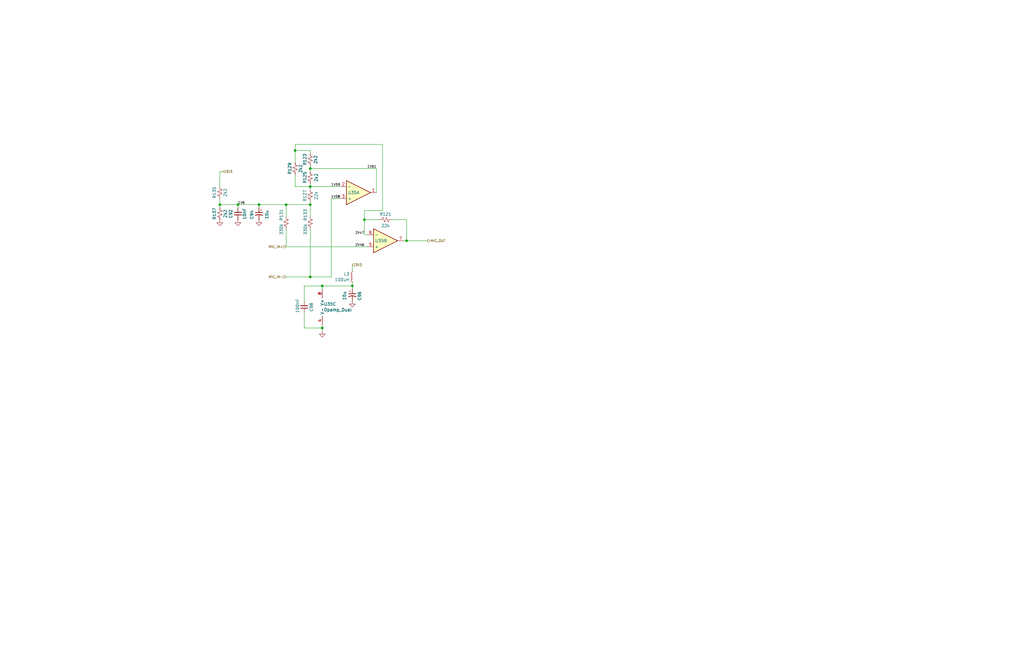
<source format=kicad_sch>
(kicad_sch (version 20250114) (generator "eeschema") (generator_version "9.0")
  (paper "B")
  (lib_symbols
    (symbol "Device:C_Polarized_Small_US" (pin_numbers (hide yes)) (pin_names (offset 0.254) (hide yes))
      (property "Reference" "C" (at 0.254 1.778 0))
      (property "Value" "C_Polarized_Small_US" (at 0.254 -2.032 0))
      (symbol "C_Polarized_Small_US_0_1"
        (polyline (pts (xy -1.524 0.508) (xy 1.524 0.508)) (stroke (width 0.3048)))
        (polyline (pts (xy -1.27 1.524) (xy -0.762 1.524)))
        (polyline (pts (xy -1.016 1.27) (xy -1.016 1.778)))
        (arc (start -1.524 -0.762) (mid 0 -0.3734) (end 1.524 -0.762) (stroke (width 0.3048)))
      )
      (symbol "C_Polarized_Small_US_1_1"
        (pin passive line (at 0 2.54 270) (length 2.032) (name "~") (number "1"))
        (pin passive line (at 0 -2.54 90) (length 2.032) (name "~") (number "2"))
      )
    )
    (symbol "Device:C_Small" (pin_numbers (hide yes)) (pin_names (offset 0.254) (hide yes))
      (property "Reference" "C" (at 0.254 1.778 0))
      (property "Value" "C_Small" (at 0.254 -2.032 0))
      (symbol "C_Small_0_1"
        (polyline (pts (xy -1.524 0.508) (xy 1.524 0.508)) (stroke (width 0.3048)))
        (polyline (pts (xy -1.524 -0.508) (xy 1.524 -0.508)) (stroke (width 0.3302)))
      )
      (symbol "C_Small_1_1"
        (pin passive line (at 0 2.54 270) (length 2.032) (name "~") (number "1"))
        (pin passive line (at 0 -2.54 90) (length 2.032) (name "~") (number "2"))
      )
    )
    (symbol "Device:L_Small" (pin_numbers (hide yes)) (pin_names (offset 0.254) (hide yes))
      (property "Reference" "L" (at 0.762 1.016 0))
      (property "Value" "L_Small" (at 0.762 -1.016 0))
      (symbol "L_Small_0_1"
        (arc (start 0 2.032) (mid 0.5058 1.524) (end 0 1.016))
        (arc (start 0 1.016) (mid 0.5058 0.508) (end 0 0))
        (arc (start 0 0) (mid 0.5058 -0.508) (end 0 -1.016))
        (arc (start 0 -1.016) (mid 0.5058 -1.524) (end 0 -2.032))
      )
      (symbol "L_Small_1_1"
        (pin passive line (at 0 2.54 270) (length 0.508) (name "~") (number "1"))
        (pin passive line (at 0 -2.54 90) (length 0.508) (name "~") (number "2"))
      )
    )
    (symbol "Device:Opamp_Dual"
      (property "Reference" "U" (at 0 5.08 0))
      (property "Value" "Opamp_Dual" (at 0 -5.08 0))
      (symbol "Opamp_Dual_1_1"
        (polyline (pts (xy -5.08 5.08) (xy 5.08 0) (xy -5.08 -5.08) (xy -5.08 5.08)) (stroke (width 0.254)) (fill (type background)))
        (pin input line (at -7.62 2.54 0) (length 2.54) (name "+") (number "3"))
        (pin input line (at -7.62 -2.54 0) (length 2.54) (name "-") (number "2"))
        (pin output line (at 7.62 0 180) (length 2.54) (name "~") (number "1"))
      )
      (symbol "Opamp_Dual_2_1"
        (polyline (pts (xy -5.08 5.08) (xy 5.08 0) (xy -5.08 -5.08) (xy -5.08 5.08)) (stroke (width 0.254)) (fill (type background)))
        (pin input line (at -7.62 2.54 0) (length 2.54) (name "+") (number "5"))
        (pin input line (at -7.62 -2.54 0) (length 2.54) (name "-") (number "6"))
        (pin output line (at 7.62 0 180) (length 2.54) (name "~") (number "7"))
      )
      (symbol "Opamp_Dual_3_1"
        (pin power_in line (at -2.54 7.62 270) (length 3.81) (name "V+") (number "8"))
        (pin power_in line (at -2.54 -7.62 90) (length 3.81) (name "V-") (number "4"))
      )
    )
    (symbol "Device:R_Small_US" (pin_numbers (hide yes)) (pin_names (offset 0.254) (hide yes))
      (property "Reference" "R" (at 0.762 0.508 0))
      (property "Value" "R_Small_US" (at 0.762 -1.016 0))
      (symbol "R_Small_US_1_1"
        (polyline (pts (xy 0 1.524) (xy 1.016 1.143) (xy 0 0.762) (xy -1.016 0.381) (xy 0 0)))
        (polyline (pts (xy 0 0) (xy 1.016 -0.381) (xy 0 -0.762) (xy -1.016 -1.143) (xy 0 -1.524)))
        (pin passive line (at 0 2.54 270) (length 1.016) (name "~") (number "1"))
        (pin passive line (at 0 -2.54 90) (length 1.016) (name "~") (number "2"))
      )
    )
    (symbol "power:GND" (power) (pin_numbers (hide yes)) (pin_names (offset 0) (hide yes))
      (property "Value" "GND" (at 0 -3.81 0))
      (symbol "GND_0_1"
        (polyline (pts (xy 0 0) (xy 0 -1.27) (xy 1.27 -1.27) (xy 0 -2.54) (xy -1.27 -1.27) (xy 0 -1.27)))
      )
      (symbol "GND_1_1"
        (pin power_in line (at 0 0 270) (length 0) (name "~") (number "1"))
      )
    )
  )
  (junction (at 100.33 86.36))
  (junction (at 130.81 86.36))
  (junction (at 130.81 78.74))
  (junction (at 130.81 116.84))
  (junction (at 124.46 63.5))
  (junction (at 120.65 86.36))
  (junction (at 171.45 101.6))
  (junction (at 135.89 138.43))
  (junction (at 130.81 71.12))
  (junction (at 148.59 120.65))
  (junction (at 135.89 120.65))
  (junction (at 153.67 92.71))
  (junction (at 109.22 86.36))
  (junction (at 92.71 86.36))
  (wire (pts (xy 160.02 92.71) (xy 153.67 92.71)))
  (wire (pts (xy 148.59 111.76) (xy 148.59 114.3)))
  (wire (pts (xy 130.81 63.5) (xy 124.46 63.5)))
  (wire (pts (xy 153.67 92.71) (xy 153.67 99.06)))
  (wire (pts (xy 128.27 120.65) (xy 135.89 120.65)))
  (wire (pts (xy 130.81 78.74) (xy 130.81 77.47)))
  (wire (pts (xy 135.89 121.92) (xy 135.89 120.65)))
  (wire (pts (xy 135.89 139.7) (xy 135.89 138.43)))
  (wire (pts (xy 124.46 60.96) (xy 124.46 63.5)))
  (wire (pts (xy 128.27 132.08) (xy 128.27 138.43)))
  (wire (pts (xy 130.81 86.36) (xy 130.81 91.44)))
  (wire (pts (xy 124.46 78.74) (xy 124.46 73.66)))
  (wire (pts (xy 100.33 86.36) (xy 100.33 87.63)))
  (wire (pts (xy 109.22 87.63) (xy 109.22 86.36)))
  (wire (pts (xy 153.67 99.06) (xy 154.94 99.06)))
  (wire (pts (xy 165.1 92.71) (xy 171.45 92.71)))
  (wire (pts (xy 120.65 104.14) (xy 154.94 104.14)))
  (wire (pts (xy 120.65 86.36) (xy 130.81 86.36)))
  (wire (pts (xy 130.81 63.5) (xy 130.81 64.77)))
  (wire (pts (xy 130.81 116.84) (xy 139.7 116.84)))
  (wire (pts (xy 92.71 83.82) (xy 92.71 86.36)))
  (wire (pts (xy 130.81 69.85) (xy 130.81 71.12)))
  (wire (pts (xy 148.59 119.38) (xy 148.59 120.65)))
  (wire (pts (xy 128.27 127) (xy 128.27 120.65)))
  (wire (pts (xy 135.89 120.65) (xy 148.59 120.65)))
  (wire (pts (xy 130.81 78.74) (xy 130.81 80.01)))
  (wire (pts (xy 92.71 86.36) (xy 100.33 86.36)))
  (wire (pts (xy 153.67 88.9) (xy 161.29 88.9)))
  (wire (pts (xy 92.71 72.39) (xy 93.98 72.39)))
  (wire (pts (xy 130.81 71.12) (xy 130.81 72.39)))
  (wire (pts (xy 120.65 116.84) (xy 130.81 116.84)))
  (wire (pts (xy 148.59 120.65) (xy 148.59 121.92)))
  (wire (pts (xy 109.22 86.36) (xy 120.65 86.36)))
  (wire (pts (xy 92.71 72.39) (xy 92.71 78.74)))
  (wire (pts (xy 171.45 101.6) (xy 170.18 101.6)))
  (wire (pts (xy 135.89 138.43) (xy 135.89 137.16)))
  (wire (pts (xy 124.46 63.5) (xy 124.46 68.58)))
  (wire (pts (xy 120.65 96.52) (xy 120.65 104.14)))
  (wire (pts (xy 158.75 71.12) (xy 158.75 81.28)))
  (wire (pts (xy 171.45 92.71) (xy 171.45 101.6)))
  (wire (pts (xy 130.81 96.52) (xy 130.81 116.84)))
  (wire (pts (xy 143.51 83.82) (xy 139.7 83.82)))
  (wire (pts (xy 130.81 78.74) (xy 124.46 78.74)))
  (wire (pts (xy 139.7 83.82) (xy 139.7 116.84)))
  (wire (pts (xy 120.65 91.44) (xy 120.65 86.36)))
  (wire (pts (xy 130.81 71.12) (xy 158.75 71.12)))
  (wire (pts (xy 109.22 86.36) (xy 100.33 86.36)))
  (wire (pts (xy 161.29 88.9) (xy 161.29 60.96)))
  (wire (pts (xy 92.71 86.36) (xy 92.71 87.63)))
  (wire (pts (xy 153.67 92.71) (xy 153.67 88.9)))
  (wire (pts (xy 171.45 101.6) (xy 180.34 101.6)))
  (wire (pts (xy 128.27 138.43) (xy 135.89 138.43)))
  (wire (pts (xy 130.81 85.09) (xy 130.81 86.36)))
  (wire (pts (xy 161.29 60.96) (xy 124.46 60.96)))
  (wire (pts (xy 130.81 78.74) (xy 143.51 78.74)))
  (label "1V6" (at 100.33 86.36 0) (effects (font (size 1 1))))
  (label "1V59" (at 143.51 78.74 180) (effects (font (size 1 1))))
  (label "2V47" (at 153.67 99.06 180) (effects (font (size 1 1))))
  (label "1V61" (at 158.75 71.12 180) (effects (font (size 1 1))))
  (label "2V46" (at 153.67 104.14 180) (effects (font (size 1 1))))
  (label "1V58" (at 143.51 83.82 180) (effects (font (size 1 1))))
  (hierarchical_label "MIC_IN-" (shape input) (at 120.65 116.84 180) (effects (font (size 1 1))))
  (hierarchical_label "3V3" (shape input) (at 148.59 111.76 0) (effects (font (size 1 1))))
  (hierarchical_label "MIC_IN+" (shape input) (at 120.65 104.14 180) (effects (font (size 1 1))))
  (hierarchical_label "MIC_OUT" (shape output) (at 180.34 101.6 0) (effects (font (size 1 1))))
  (hierarchical_label "3V3" (shape input) (at 93.98 72.39 0) (effects (font (size 1 1))))
  (symbol (lib_id "power:GND") (at 135.89 139.7 0) (mirror y) (unit 1)
    (property "Reference" "#PWR0236" (effects (hide yes)))
    (property "Value" "GND" (effects (hide yes)))
    (property "Description" "Power symbol creates a global label with name \"GND\" , ground" (effects (hide yes)))
    (instances (project "PilotAudioPanel" (path "" (reference "#PWR0236") (unit 1)) (path "" (reference "#PWR?") (unit 1)) (path "" (reference "#PWR0332") (unit 1))))
  )
  (symbol (lib_id "Device:L_Small") (at 148.59 116.84 0) (mirror y) (unit 1)
    (property "Reference" "L3" (at 147.4492 115.6278 0) (effects (justify left)))
    (property "Value" "100uH" (at 147.4492 118.0521 0) (effects (justify left)))
    (property "Description" "Inductor, small symbol" (effects (hide yes)))
    (instances (project "PilotAudioPanel" (path "" (reference "L3") (unit 1)) (path "" (reference "L?") (unit 1)) (path "" (reference "L8") (unit 1))))
  )
  (symbol (lib_id "Device:R_Small_US") (at 120.65 93.98 0) (unit 1)
    (property "Reference" "R131" (at 118.618 90.678 90))
    (property "Value" "330k" (at 118.618 96.774 90))
    (property "Description" "Resistor, small US symbol" (effects (hide yes)))
    (instances (project "PilotAudioPanel" (path "" (reference "R131") (unit 1)) (path "" (reference "R?") (unit 1)) (path "" (reference "R204") (unit 1))))
  )
  (symbol (lib_id "Device:R_Small_US") (at 162.56 92.71 270) (unit 1)
    (property "Reference" "R121" (at 162.56 90.424 90))
    (property "Value" "22k" (at 162.56 95.25 90))
    (property "Description" "Resistor, small US symbol" (effects (hide yes)))
    (instances (project "PilotAudioPanel" (path "" (reference "R121") (unit 1)) (path "" (reference "R?") (unit 1)) (path "" (reference "R210") (unit 1))))
  )
  (symbol (lib_id "Device:C_Polarized_Small_US") (at 148.59 124.46 0) (unit 1)
    (property "Reference" "C96" (at 151.638 122.936 90) (effects (justify right)))
    (property "Value" "10u" (at 145.288 122.936 90) (effects (justify right)))
    (property "Description" "Polarized capacitor, small US symbol" (effects (hide yes)))
    (instances (project "PilotAudioPanel" (path "" (reference "C96") (unit 1)) (path "" (reference "C?") (unit 1)) (path "" (reference "C177") (unit 1))))
  )
  (symbol (lib_id "Device:C_Small") (at 100.33 90.17 180) (unit 1)
    (property "Reference" "C92" (at 97.282 92.202 90) (effects (justify right)))
    (property "Value" "10nF" (at 103.124 92.71 90) (effects (justify right)))
    (property "Description" "Unpolarized capacitor, small symbol" (effects (hide yes)))
    (instances (project "PilotAudioPanel" (path "" (reference "C92") (unit 1)) (path "" (reference "C?") (unit 1)) (path "" (reference "C174") (unit 1))))
  )
  (symbol (lib_id "power:GND") (at 109.22 92.71 0) (unit 1)
    (property "Reference" "#PWR0230" (effects (hide yes)))
    (property "Value" "GND" (effects (hide yes)))
    (property "Description" "Power symbol creates a global label with name \"GND\" , ground" (effects (hide yes)))
    (instances (project "PilotAudioPanel" (path "" (reference "#PWR0230") (unit 1)) (path "" (reference "#PWR?") (unit 1)) (path "" (reference "#PWR0331") (unit 1))))
  )
  (symbol (lib_id "power:GND") (at 148.59 127 0) (mirror y) (unit 1)
    (property "Reference" "#PWR0234" (effects (hide yes)))
    (property "Value" "GND" (effects (hide yes)))
    (property "Description" "Power symbol creates a global label with name \"GND\" , ground" (effects (hide yes)))
    (instances (project "PilotAudioPanel" (path "" (reference "#PWR0234") (unit 1)) (path "" (reference "#PWR?") (unit 1)) (path "" (reference "#PWR0333") (unit 1))))
  )
  (symbol (lib_id "Device:R_Small_US") (at 124.46 71.12 0) (unit 1)
    (property "Reference" "R129" (at 122.174 71.12 90))
    (property "Value" "2k2" (at 126.746 71.12 90))
    (property "Description" "Resistor, small US symbol" (effects (hide yes)))
    (instances (project "PilotAudioPanel" (path "" (reference "R129") (unit 1)) (path "" (reference "R?") (unit 1)) (path "" (reference "R205") (unit 1))))
  )
  (symbol (lib_id "Device:C_Polarized_Small_US") (at 109.22 90.17 0) (mirror y) (unit 1)
    (property "Reference" "C94" (at 106.172 88.646 90) (effects (justify right)))
    (property "Value" "10u" (at 112.522 88.646 90) (effects (justify right)))
    (property "Description" "Polarized capacitor, small US symbol" (effects (hide yes)))
    (instances (project "PilotAudioPanel" (path "" (reference "C94") (unit 1)) (path "" (reference "C?") (unit 1)) (path "" (reference "C175") (unit 1))))
  )
  (symbol (lib_id "Device:C_Small") (at 128.27 129.54 0) (mirror x) (unit 1)
    (property "Reference" "C98" (at 131.318 131.572 90) (effects (justify right)))
    (property "Value" "100nF" (at 125.476 132.08 90) (effects (justify right)))
    (property "Description" "Unpolarized capacitor, small symbol" (effects (hide yes)))
    (instances (project "PilotAudioPanel" (path "" (reference "C98") (unit 1)) (path "" (reference "C?") (unit 1)) (path "" (reference "C176") (unit 1))))
  )
  (symbol (lib_id "Device:R_Small_US") (at 130.81 67.31 0) (unit 1)
    (property "Reference" "R123" (at 128.524 67.31 90))
    (property "Value" "2k2" (at 133.096 67.31 90))
    (property "Description" "Resistor, small US symbol" (effects (hide yes)))
    (instances (project "PilotAudioPanel" (path "" (reference "R123") (unit 1)) (path "" (reference "R?") (unit 1)) (path "" (reference "R206") (unit 1))))
  )
  (symbol (lib_id "Device:Opamp_Dual") (at 162.56 101.6 0) (mirror x) (unit 2)
    (property "Reference" "U35" (at 157.988 101.6 0) (effects (justify left)))
    (property "Value" "Opamp_Dual" (effects (hide yes)))
    (property "Description" "Dual operational amplifier" (effects (hide yes)))
    (property "Sim.Library" "${KICAD7_SYMBOL_DIR}/Simulation_SPICE.sp" (effects (hide yes)))
    (property "Sim.Name" "kicad_builtin_opamp_dual" (effects (hide yes)))
    (property "Sim.Device" "SUBCKT" (effects (hide yes)))
    (property "Sim.Pins" "1=out1 2=in1- 3=in1+ 4=vee 5=in2+ 6=in2- 7=out2 8=vcc" (effects (hide yes)))
    (instances (project "PilotAudioPanel" (path "" (reference "U35") (unit 2)) (path "" (reference "U?") (unit 1)) (path "" (reference "U46") (unit 2))))
  )
  (symbol (lib_id "power:GND") (at 100.33 92.71 0) (unit 1)
    (property "Reference" "#PWR0228" (effects (hide yes)))
    (property "Value" "GND" (effects (hide yes)))
    (property "Description" "Power symbol creates a global label with name \"GND\" , ground" (effects (hide yes)))
    (instances (project "PilotAudioPanel" (path "" (reference "#PWR0228") (unit 1)) (path "" (reference "#PWR?") (unit 1)) (path "" (reference "#PWR0330") (unit 1))))
  )
  (symbol (lib_id "Device:Opamp_Dual") (at 151.13 81.28 0) (mirror x) (unit 1)
    (property "Reference" "U35" (at 146.558 81.28 0) (effects (justify left)))
    (property "Value" "Opamp_Dual" (effects (hide yes)))
    (property "Description" "Dual operational amplifier" (effects (hide yes)))
    (property "Sim.Library" "${KICAD7_SYMBOL_DIR}/Simulation_SPICE.sp" (effects (hide yes)))
    (property "Sim.Name" "kicad_builtin_opamp_dual" (effects (hide yes)))
    (property "Sim.Device" "SUBCKT" (effects (hide yes)))
    (property "Sim.Pins" "1=out1 2=in1- 3=in1+ 4=vee 5=in2+ 6=in2- 7=out2 8=vcc" (effects (hide yes)))
    (instances (project "PilotAudioPanel" (path "" (reference "U35") (unit 1)) (path "" (reference "U?") (unit 1)) (path "" (reference "U46") (unit 1))))
  )
  (symbol (lib_id "Device:R_Small_US") (at 130.81 74.93 0) (unit 1)
    (property "Reference" "R125" (at 128.524 74.93 90))
    (property "Value" "2k2" (at 133.35 74.93 90))
    (property "Description" "Resistor, small US symbol" (effects (hide yes)))
    (instances (project "PilotAudioPanel" (path "" (reference "R125") (unit 1)) (path "" (reference "R?") (unit 1)) (path "" (reference "R207") (unit 1))))
  )
  (symbol (lib_id "Device:R_Small_US") (at 92.71 90.17 0) (unit 1)
    (property "Reference" "R137" (at 90.424 90.17 90))
    (property "Value" "2k2" (at 94.996 90.17 90))
    (property "Description" "Resistor, small US symbol" (effects (hide yes)))
    (instances (project "PilotAudioPanel" (path "" (reference "R137") (unit 1)) (path "" (reference "R?") (unit 1)) (path "" (reference "R203") (unit 1))))
  )
  (symbol (lib_id "Device:R_Small_US") (at 130.81 82.55 0) (unit 1)
    (property "Reference" "R127" (at 128.524 82.55 90))
    (property "Value" "22k" (at 133.35 82.55 90))
    (property "Description" "Resistor, small US symbol" (effects (hide yes)))
    (instances (project "PilotAudioPanel" (path "" (reference "R127") (unit 1)) (path "" (reference "R?") (unit 1)) (path "" (reference "R208") (unit 1))))
  )
  (symbol (lib_id "Device:R_Small_US") (at 92.71 81.28 0) (unit 1)
    (property "Reference" "R135" (at 90.424 81.28 90))
    (property "Value" "2k2" (at 94.996 81.28 90))
    (property "Description" "Resistor, small US symbol" (effects (hide yes)))
    (instances (project "PilotAudioPanel" (path "" (reference "R135") (unit 1)) (path "" (reference "R?") (unit 1)) (path "" (reference "R202") (unit 1))))
  )
  (symbol (lib_id "power:GND") (at 92.71 92.71 0) (unit 1)
    (property "Reference" "#PWR0232" (effects (hide yes)))
    (property "Value" "GND" (effects (hide yes)))
    (property "Description" "Power symbol creates a global label with name \"GND\" , ground" (effects (hide yes)))
    (instances (project "PilotAudioPanel" (path "" (reference "#PWR0232") (unit 1)) (path "" (reference "#PWR?") (unit 1)) (path "" (reference "#PWR0329") (unit 1))))
  )
  (symbol (lib_id "Device:R_Small_US") (at 130.81 93.98 0) (unit 1)
    (property "Reference" "R133" (at 128.778 90.678 90))
    (property "Value" "330k" (at 128.778 96.774 90))
    (property "Description" "Resistor, small US symbol" (effects (hide yes)))
    (instances (project "PilotAudioPanel" (path "" (reference "R133") (unit 1)) (path "" (reference "R?") (unit 1)) (path "" (reference "R209") (unit 1))))
  )
  (symbol (lib_id "Device:Opamp_Dual") (at 138.43 129.54 0) (unit 3)
    (property "Reference" "U35" (at 136.525 128.3278 0) (effects (justify left)))
    (property "Value" "Opamp_Dual" (at 136.525 130.7521 0) (effects (justify left)))
    (property "Description" "Dual operational amplifier" (effects (hide yes)))
    (property "Sim.Library" "${KICAD7_SYMBOL_DIR}/Simulation_SPICE.sp" (effects (hide yes)))
    (property "Sim.Name" "kicad_builtin_opamp_dual" (effects (hide yes)))
    (property "Sim.Device" "SUBCKT" (effects (hide yes)))
    (property "Sim.Pins" "1=out1 2=in1- 3=in1+ 4=vee 5=in2+ 6=in2- 7=out2 8=vcc" (effects (hide yes)))
    (instances (project "PilotAudioPanel" (path "" (reference "U35") (unit 3)) (path "" (reference "U?") (unit 1)) (path "" (reference "U46") (unit 3))))
  )
)
</source>
